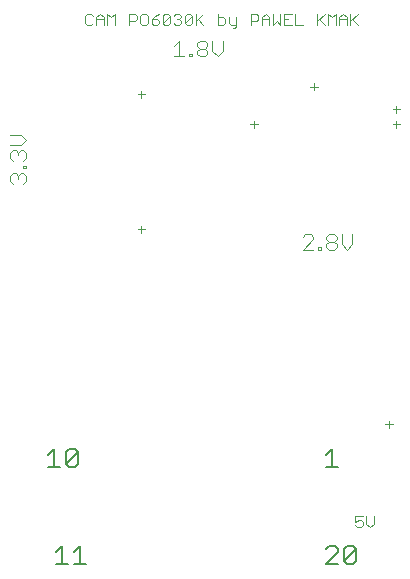
<source format=gtl>
G75*
G70*
%OFA0B0*%
%FSLAX24Y24*%
%IPPOS*%
%LPD*%
%AMOC8*
5,1,8,0,0,1.08239X$1,22.5*
%
%ADD10C,0.0050*%
%ADD11C,0.0030*%
%ADD12C,0.0040*%
D10*
X005309Y004285D02*
X005716Y004285D01*
X005512Y004285D02*
X005512Y004895D01*
X005309Y004692D01*
X005916Y004794D02*
X005916Y004386D01*
X006323Y004794D01*
X006323Y004386D01*
X006222Y004285D01*
X006018Y004285D01*
X005916Y004386D01*
X005916Y004794D02*
X006018Y004895D01*
X006222Y004895D01*
X006323Y004794D01*
X006370Y001645D02*
X006370Y001035D01*
X006573Y001035D02*
X006166Y001035D01*
X005966Y001035D02*
X005559Y001035D01*
X005762Y001035D02*
X005762Y001645D01*
X005559Y001442D01*
X006166Y001442D02*
X006370Y001645D01*
X014559Y001544D02*
X014660Y001645D01*
X014864Y001645D01*
X014966Y001544D01*
X014966Y001442D01*
X014559Y001035D01*
X014966Y001035D01*
X015166Y001136D02*
X015573Y001544D01*
X015573Y001136D01*
X015472Y001035D01*
X015268Y001035D01*
X015166Y001136D01*
X015166Y001544D01*
X015268Y001645D01*
X015472Y001645D01*
X015573Y001544D01*
X014966Y004285D02*
X014559Y004285D01*
X014762Y004285D02*
X014762Y004895D01*
X014559Y004692D01*
D11*
X015549Y002645D02*
X015549Y002460D01*
X015672Y002522D01*
X015734Y002522D01*
X015796Y002460D01*
X015796Y002336D01*
X015734Y002275D01*
X015610Y002275D01*
X015549Y002336D01*
X015549Y002645D02*
X015796Y002645D01*
X015917Y002645D02*
X015917Y002398D01*
X016040Y002275D01*
X016164Y002398D01*
X016164Y002645D01*
X016672Y005586D02*
X016672Y005833D01*
X016549Y005710D02*
X016796Y005710D01*
X016922Y015586D02*
X016922Y015833D01*
X016799Y015710D02*
X017046Y015710D01*
X016922Y016086D02*
X016922Y016333D01*
X016799Y016210D02*
X017046Y016210D01*
X015635Y019025D02*
X015450Y019210D01*
X015388Y019148D02*
X015635Y019395D01*
X015388Y019395D02*
X015388Y019025D01*
X015267Y019025D02*
X015267Y019272D01*
X015143Y019395D01*
X015020Y019272D01*
X015020Y019025D01*
X014898Y019025D02*
X014898Y019395D01*
X014775Y019272D01*
X014651Y019395D01*
X014651Y019025D01*
X014530Y019025D02*
X014345Y019210D01*
X014283Y019148D02*
X014530Y019395D01*
X014283Y019395D02*
X014283Y019025D01*
X013793Y019025D02*
X013547Y019025D01*
X013547Y019395D01*
X013425Y019395D02*
X013178Y019395D01*
X013178Y019025D01*
X013425Y019025D01*
X013302Y019210D02*
X013178Y019210D01*
X013057Y019025D02*
X013057Y019395D01*
X012810Y019395D02*
X012810Y019025D01*
X012933Y019148D01*
X013057Y019025D01*
X012688Y019025D02*
X012688Y019272D01*
X012565Y019395D01*
X012442Y019272D01*
X012442Y019025D01*
X012442Y019210D02*
X012688Y019210D01*
X012320Y019210D02*
X012258Y019148D01*
X012073Y019148D01*
X012073Y019025D02*
X012073Y019395D01*
X012258Y019395D01*
X012320Y019333D01*
X012320Y019210D01*
X011584Y019272D02*
X011584Y018963D01*
X011522Y018901D01*
X011460Y018901D01*
X011398Y019025D02*
X011337Y019086D01*
X011337Y019272D01*
X011215Y019210D02*
X011154Y019272D01*
X010968Y019272D01*
X010968Y019395D02*
X010968Y019025D01*
X011154Y019025D01*
X011215Y019086D01*
X011215Y019210D01*
X011398Y019025D02*
X011584Y019025D01*
X010479Y019025D02*
X010293Y019210D01*
X010232Y019148D02*
X010479Y019395D01*
X010232Y019395D02*
X010232Y019025D01*
X010110Y019086D02*
X010049Y019025D01*
X009925Y019025D01*
X009863Y019086D01*
X010110Y019333D01*
X010110Y019086D01*
X010110Y019333D02*
X010049Y019395D01*
X009925Y019395D01*
X009863Y019333D01*
X009863Y019086D01*
X009742Y019086D02*
X009680Y019025D01*
X009557Y019025D01*
X009495Y019086D01*
X009374Y019086D02*
X009374Y019333D01*
X009127Y019086D01*
X009189Y019025D01*
X009312Y019025D01*
X009374Y019086D01*
X009127Y019086D02*
X009127Y019333D01*
X009189Y019395D01*
X009312Y019395D01*
X009374Y019333D01*
X009495Y019333D02*
X009557Y019395D01*
X009680Y019395D01*
X009742Y019333D01*
X009742Y019272D01*
X009680Y019210D01*
X009742Y019148D01*
X009742Y019086D01*
X009680Y019210D02*
X009619Y019210D01*
X009005Y019148D02*
X008944Y019210D01*
X008759Y019210D01*
X008759Y019086D01*
X008820Y019025D01*
X008944Y019025D01*
X009005Y019086D01*
X009005Y019148D01*
X008882Y019333D02*
X008759Y019210D01*
X008637Y019086D02*
X008637Y019333D01*
X008575Y019395D01*
X008452Y019395D01*
X008390Y019333D01*
X008390Y019086D01*
X008452Y019025D01*
X008575Y019025D01*
X008637Y019086D01*
X008882Y019333D02*
X009005Y019395D01*
X008269Y019333D02*
X008269Y019210D01*
X008207Y019148D01*
X008022Y019148D01*
X008022Y019025D02*
X008022Y019395D01*
X008207Y019395D01*
X008269Y019333D01*
X007532Y019395D02*
X007532Y019025D01*
X007285Y019025D02*
X007285Y019395D01*
X007409Y019272D01*
X007532Y019395D01*
X007164Y019272D02*
X007164Y019025D01*
X007164Y019210D02*
X006917Y019210D01*
X006917Y019272D02*
X007040Y019395D01*
X007164Y019272D01*
X006917Y019272D02*
X006917Y019025D01*
X006796Y019086D02*
X006734Y019025D01*
X006610Y019025D01*
X006549Y019086D01*
X006549Y019333D01*
X006610Y019395D01*
X006734Y019395D01*
X006796Y019333D01*
X008422Y016833D02*
X008422Y016586D01*
X008299Y016710D02*
X008546Y016710D01*
X012049Y015710D02*
X012296Y015710D01*
X012172Y015833D02*
X012172Y015586D01*
X014049Y016960D02*
X014296Y016960D01*
X014172Y017083D02*
X014172Y016836D01*
X015020Y019210D02*
X015267Y019210D01*
X008546Y012210D02*
X008299Y012210D01*
X008422Y012333D02*
X008422Y012086D01*
D12*
X004574Y013812D02*
X004487Y013725D01*
X004574Y013812D02*
X004574Y013985D01*
X004487Y014072D01*
X004400Y014072D01*
X004314Y013985D01*
X004314Y013899D01*
X004314Y013985D02*
X004227Y014072D01*
X004140Y014072D01*
X004053Y013985D01*
X004053Y013812D01*
X004140Y013725D01*
X004487Y014241D02*
X004487Y014327D01*
X004574Y014327D01*
X004574Y014241D01*
X004487Y014241D01*
X004487Y014498D02*
X004574Y014585D01*
X004574Y014759D01*
X004487Y014845D01*
X004400Y014845D01*
X004314Y014759D01*
X004314Y014672D01*
X004314Y014759D02*
X004227Y014845D01*
X004140Y014845D01*
X004053Y014759D01*
X004053Y014585D01*
X004140Y014498D01*
X004053Y015014D02*
X004400Y015014D01*
X004574Y015188D01*
X004400Y015361D01*
X004053Y015361D01*
X009499Y017970D02*
X009846Y017970D01*
X010015Y017970D02*
X010015Y018056D01*
X010101Y018056D01*
X010101Y017970D01*
X010015Y017970D01*
X010272Y018056D02*
X010272Y018143D01*
X010359Y018230D01*
X010533Y018230D01*
X010619Y018143D01*
X010619Y018056D01*
X010533Y017970D01*
X010359Y017970D01*
X010272Y018056D01*
X010359Y018230D02*
X010272Y018317D01*
X010272Y018403D01*
X010359Y018490D01*
X010533Y018490D01*
X010619Y018403D01*
X010619Y018317D01*
X010533Y018230D01*
X010788Y018143D02*
X010961Y017970D01*
X011135Y018143D01*
X011135Y018490D01*
X010788Y018490D02*
X010788Y018143D01*
X009672Y017970D02*
X009672Y018490D01*
X009499Y018317D01*
X013890Y012050D02*
X013804Y011963D01*
X013890Y012050D02*
X014064Y012050D01*
X014151Y011963D01*
X014151Y011877D01*
X013804Y011530D01*
X014151Y011530D01*
X014319Y011530D02*
X014406Y011530D01*
X014406Y011616D01*
X014319Y011616D01*
X014319Y011530D01*
X014577Y011616D02*
X014577Y011703D01*
X014664Y011790D01*
X014837Y011790D01*
X014924Y011703D01*
X014924Y011616D01*
X014837Y011530D01*
X014664Y011530D01*
X014577Y011616D01*
X014664Y011790D02*
X014577Y011877D01*
X014577Y011963D01*
X014664Y012050D01*
X014837Y012050D01*
X014924Y011963D01*
X014924Y011877D01*
X014837Y011790D01*
X015093Y011703D02*
X015266Y011530D01*
X015440Y011703D01*
X015440Y012050D01*
X015093Y012050D02*
X015093Y011703D01*
M02*

</source>
